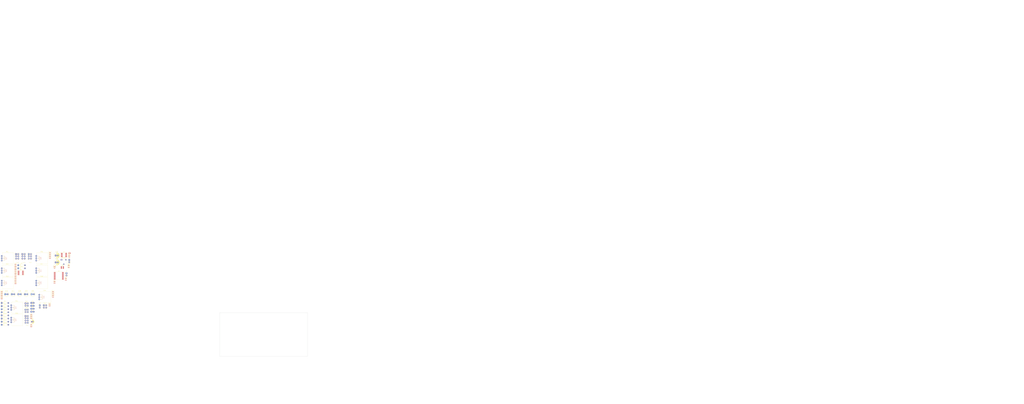
<source format=kicad_pcb>
(kicad_pcb (version 20221018) (generator pcbnew)
  (title_block (title "Custom Plexi") (rev "v0"))
  (layers (0 "F.Cu" signal) (31 "B.Cu" signal) (34 "B.Paste" user) (35 "F.Paste" user) (36 "B.SilkS" user "B.Silkscreen") (37 "F.SilkS" user "F.Silkscreen") (38 "B.Mask" user) (39 "F.Mask" user) (44 "Edge.Cuts" user))
  (net 0 "")
  (net 1 "Net-(C1-Pad1)")
  (net 2 "GND")
  (net 3 "Net-(U1B-+)")
  (net 4 "Net-(C3-Pad1)")
  (net 5 "Net-(D1-K)")
  (net 6 "Net-(C4-Pad1)")
  (net 7 "Net-(U2A-+)")
  (net 8 "/Preamp/TS_Gain")
  (net 9 "Net-(U2B-+)")
  (net 10 "Net-(C7-Pad1)")
  (net 11 "/Preamp/TS_Tone")
  (net 12 "Net-(C8-Pad1)")
  (net 13 "Net-(C8-Pad2)")
  (net 14 "Preamp_Out{slash}Plexi_In")
  (net 15 "Net-(U1A-+)")
  (net 16 "Net-(C10-Pad1)")
  (net 17 "/Plexi/Crunch")
  (net 18 "Plexi_Out{slash}Tone_In")
  (net 19 "Net-(C12-Pad1)")
  (net 20 "/Tone Stack/Tone")
  (net 21 "Net-(C13-Pad1)")
  (net 22 "Net-(C13-Pad2)")
  (net 23 "Net-(C14-Pad1)")
  (net 24 "Net-(U1C--)")
  (net 25 "Net-(C15-Pad2)")
  (net 26 "+9V")
  (net 27 "+12V")
  (net 28 "Net-(U4-CAP+)")
  (net 29 "Net-(U4-CAP-)")
  (net 30 "-12V")
  (net 31 "Net-(D3-K)")
  (net 32 "Net-(D10-K)")
  (net 33 "Net-(D11-A)")
  (net 34 "Net-(D12-K)")
  (net 35 "Net-(D13-A)")
  (net 36 "Net-(D14-K)")
  (net 37 "Net-(D14-A)")
  (net 38 "Net-(D10-A)")
  (net 39 "Net-(D12-A)")
  (net 40 "Net-(D15-K)")
  (net 41 "Net-(D16-A)")
  (net 42 "Net-(D17-A)")
  (net 43 "Net-(D18-A)")
  (net 44 "Net-(D19-A)")
  (net 45 "Net-(D20-A)")
  (net 46 "Net-(U1E-V+)")
  (net 47 "Net-(U1E-V-)")
  (net 48 "Guitar_In")
  (net 49 "To_Amp")
  (net 50 "Net-(R4-Pad1)")
  (net 51 "Net-(U2B--)")
  (net 52 "Net-(R8-Pad2)")
  (net 53 "Net-(R11-Pad2)")
  (net 54 "Tone_Out{slash}Boost_In")
  (net 55 "/Boost/Boost")
  (net 56 "Net-(U3-FB)")
  (net 57 "Net-(R19-Pad1)")
  (net 58 "Net-(R20-Pad1)")
  (net 59 "Net-(R21-Pad1)")
  (net 60 "Net-(R22-Pad1)")
  (net 61 "Net-(R23-Pad1)")
  (net 62 "/Preamp/TS_Volume")
  (net 63 "Net-(RV4-Pad1)")
  (net 64 "Net-(RV5-Pad1)")
  (net 65 "Net-(RV7-Pad1)")
  (net 66 "/Tone Stack/Lead Level")
  (net 67 "Net-(RV8-Pad1)")
  (net 68 "/Tone Stack/Crunch Level")
  (net 69 "Net-(RV9-Pad1)")
  (net 71 "Pedal_SC")
  (net 72 "Net-(SW1-Pad1)_1")
  (net 73 "Net-(SW2-Pad3)")
  (net 74 "Buffer_Out{slash}Preamp_In")
  (footprint "Diode_THT:D_DO-35_SOD27_P7.62mm_Horizontal" (layer "F.Cu") (at -61.6475 68.95)
    (fp_text reference "D2" (at 3.81 -2.12) (layer "F.SilkS"))
    (fp_text value "1N4148")
    (fp_text user "K" (at 0 -1.8) (layer "F.SilkS"))
    (pad "1" thru_hole rect (at 0 0) (size 1.6 1.6) (drill 0.8) (layers "*.Cu" "*.Mask") (net 8 "/Preamp/TS_Gain"))
    (pad "2" thru_hole oval (at 7.62 0) (size 1.6 1.6) (drill 0.8) (layers "*.Cu" "*.Mask") (net 5 "Net-(D1-K)"))
  )
  (footprint "Resistor_SMD:R_0402_1005Metric_Pad0.72x0.64mm_HandSolder" (layer "F.Cu") (at -64.8475 72.58)
    (fp_text reference "R7" (at 0 -1.17) (layer "F.SilkS"))
    (fp_text value "1k")
    (pad "1" smd roundrect (at -0.5975 0) (size 0.715 0.64) (layers "F.Cu" "F.Paste" "F.Mask") (net 13 "Net-(C8-Pad2)"))
    (pad "2" smd roundrect (at 0.5975 0) (size 0.715 0.64) (layers "F.Cu" "F.Paste" "F.Mask") (net 51 "Net-(U2B--)"))
  )
  (footprint "PCM_Package_SO_AKL:SOIC-8_3.9x4.9mm_P1.27mm" (layer "F.Cu") (at -9.5825 53.765)
    (fp_text reference "U4" (at 0 -3.6) (layer "F.SilkS"))
    (fp_text value "ICL7662" hide)
    (pad "1" smd roundrect (at -2.475 -1.905) (size 1.95 0.6) (layers "F.Cu" "F.Paste" "F.Mask"))
    (pad "2" smd roundrect (at -2.475 -0.635) (size 1.95 0.6) (layers "F.Cu" "F.Paste" "F.Mask") (net 28 "Net-(U4-CAP+)"))
    (pad "3" smd roundrect (at -2.475 0.635) (size 1.95 0.6) (layers "F.Cu" "F.Paste" "F.Mask") (net 2 "GND"))
    (pad "4" smd roundrect (at -2.475 1.905) (size 1.95 0.6) (layers "F.Cu" "F.Paste" "F.Mask") (net 29 "Net-(U4-CAP-)"))
    (pad "5" smd roundrect (at 2.475 1.905) (size 1.95 0.6) (layers "F.Cu" "F.Paste" "F.Mask") (net 30 "-12V"))
    (pad "6" smd roundrect (at 2.475 0.635) (size 1.95 0.6) (layers "F.Cu" "F.Paste" "F.Mask"))
    (pad "7" smd roundrect (at 2.475 -0.635) (size 1.95 0.6) (layers "F.Cu" "F.Paste" "F.Mask"))
    (pad "8" smd roundrect (at 2.475 -1.905) (size 1.95 0.6) (layers "F.Cu" "F.Paste" "F.Mask") (net 27 "+12V"))
  )
  (footprint "Resistor_SMD:R_0402_1005Metric_Pad0.72x0.64mm_HandSolder" (layer "F.Cu") (at -64.8475 66.61)
    (fp_text reference "R4" (at 0 -1.17) (layer "F.SilkS"))
    (fp_text value "51k")
    (pad "1" smd roundrect (at -0.5975 0) (size 0.715 0.64) (layers "F.Cu" "F.Paste" "F.Mask") (net 50 "Net-(R4-Pad1)"))
    (pad "2" smd roundrect (at 0.5975 0) (size 0.715 0.64) (layers "F.Cu" "F.Paste" "F.Mask") (net 5 "Net-(D1-K)"))
  )
  (footprint "CustomLib:SW_SPST_x3_PinHeader2.54mm" (layer "F.Cu") (at -55.1375 62.875)
    (fp_text reference "SW2" (at 0 -0.5 unlocked) (layer "F.SilkS") (effects (font (thickness 0.1))))
    (fp_text value "TS_Enable")
    (pad "1" thru_hole rect (at -1.81 -10.145) (size 1.7 1.7) (drill 1) (layers "*.Cu" "*.Mask") (net 6 "Net-(C4-Pad1)"))
    (pad "2" thru_hole oval (at 0.73 -10.145) (size 1.7 1.7) (drill 1) (layers "*.Cu" "*.Mask") (net 72 "Net-(SW1-Pad1)_1"))
    (pad "3" thru_hole oval (at -1.81 -7.605) (size 1.7 1.7) (drill 1) (layers "*.Cu" "*.Mask") (net 73 "Net-(SW2-Pad3)"))
    (pad "4" thru_hole oval (at 0.73 -7.605) (size 1.7 1.7) (drill 1) (layers "*.Cu" "*.Mask"))
    (pad "5" thru_hole oval (at -1.81 -5.065) (size 1.7 1.7) (drill 1) (layers "*.Cu" "*.Mask"))
    (pad "6" thru_hole oval (at 0.73 -5.065) (size 1.7 1.7) (drill 1) (layers "*.Cu" "*.Mask"))
  )
  (footprint "Resistor_SMD:R_0402_1005Metric_Pad0.72x0.64mm_HandSolder" (layer "F.Cu") (at -7.3875 80.4)
    (fp_text reference "R1" (at 0 -1.17) (layer "F.SilkS"))
    (fp_text value "1k")
    (pad "1" smd roundrect (at -0.5975 0) (size 0.715 0.64) (layers "F.Cu" "F.Paste" "F.Mask") (net 48 "Guitar_In"))
    (pad "2" smd roundrect (at 0.5975 0) (size 0.715 0.64) (layers "F.Cu" "F.Paste" "F.Mask") (net 1 "Net-(C1-Pad1)"))
  )
  (footprint "LED_THT:LED_SideEmitter_Rectangular_W4.5mm_H1.6mm" (layer "F.Cu") (at -46.6775 111.68)
    (fp_text reference "D8" (at 1.27 -1.86) (layer "F.SilkS"))
    (fp_text value "Led Red")
    (pad "1" thru_hole rect (at 0 0) (size 1.8 1.8) (drill 0.9) (layers "*.Cu" "*.Mask") (net 17 "/Plexi/Crunch"))
    (pad "2" thru_hole circle (at 2.54 0) (size 1.8 1.8) (drill 0.9) (layers "*.Cu" "*.Mask") (net 36 "Net-(D14-K)"))
  )
  (footprint "Resistor_SMD:R_0402_1005Metric_Pad0.72x0.64mm_HandSolder" (layer "F.Cu") (at -46.8675 122.05)
    (fp_text reference "R9" (at 0 -1.17) (layer "F.SilkS"))
    (fp_text value "2k")
    (pad "1" smd roundrect (at -0.5975 0) (size 0.715 0.64) (layers "F.Cu" "F.Paste" "F.Mask") (net 16 "Net-(C10-Pad1)"))
    (pad "2" smd roundrect (at 0.5975 0) (size 0.715 0.64) (layers "F.Cu" "F.Paste" "F.Mask") (net 17 "/Plexi/Crunch"))
  )
  (footprint "PCM_Potentiometer_THT_US_AKL_Double:Potentiometer_Vishay_148-149_Single_Vertical" (layer "F.Cu") (at -41.1975 59.98)
    (fp_text reference "RV6" (at 6.175 -10.04) (layer "F.SilkS"))
    (fp_text value "5k Log" hide)
    (fp_text user "${REFERENCE}" (at 5.207 -2.54 270 unlocked) (layer "B.SilkS") (effects (justify mirror)))
    (pad "1" thru_hole circle (at 0 0) (size 1.8 1.8) (drill 1) (layers "*.Cu" "*.Mask") (net 21 "Net-(C13-Pad1)"))
    (pad "2" thru_hole circle (at 0 -2.54) (size 1.8 1.8) (drill 1) (layers "*.Cu" "*.Mask") (net 20 "/Tone Stack/Tone"))
    (pad "3" thru_hole circle (at 0 -5.08) (size 1.8 1.8) (drill 1) (layers "*.Cu" "*.Mask") (net 20 "/Tone Stack/Tone"))
  )
  (footprint "Capacitor_SMD:C_0402_1005Metric_Pad0.74x0.62mm_HandSolder" (layer "F.Cu") (at -3.6175 53.9)
    (fp_text reference "C16" (at 0 -1.16) (layer "F.SilkS"))
    (fp_text value "22u")
    (pad "1" smd roundrect (at -0.5675 0) (size 0.735 0.62) (layers "F.Cu" "F.Paste" "F.Mask") (net 2 "GND"))
    (pad "2" smd roundrect (at 0.5675 0) (size 0.735 0.62) (layers "F.Cu" "F.Paste" "F.Mask") (net 26 "+9V"))
  )
  (footprint "Resistor_SMD:R_0402_1005Metric_Pad0.72x0.64mm_HandSolder" (layer "F.Cu") (at -64.8475 68.6)
    (fp_text reference "R5" (at 0 -1.17) (layer "F.SilkS"))
    (fp_text value "1k")
    (pad "1" smd roundrect (at -0.5975 0) (size 0.715 0.64) (layers "F.Cu" "F.Paste" "F.Mask") (net 9 "Net-(U2B-+)"))
    (pad "2" smd roundrect (at 0.5975 0) (size 0.715 0.64) (layers "F.Cu" "F.Paste" "F.Mask") (net 8 "/Preamp/TS_Gain"))
  )
  (footprint "Capacitor_SMD:C_0402_1005Metric_Pad0.74x0.62mm_HandSolder" (layer "F.Cu") (at -46.8875 133.56)
    (fp_text reference "C9" (at 0 -1.16) (layer "F.SilkS"))
    (fp_text value "33n")
    (pad "1" smd roundrect (at -0.5675 0) (size 0.735 0.62) (layers "F.Cu" "F.Paste" "F.Mask") (net 14 "Preamp_Out{slash}Plexi_In"))
    (pad "2" smd roundrect (at 0.5675 0) (size 0.735 0.62) (layers "F.Cu" "F.Paste" "F.Mask") (net 15 "Net-(U1A-+)"))
  )
  (footprint "Capacitor_SMD:C_0402_1005Metric_Pad0.74x0.62mm_HandSolder" (layer "F.Cu") (at -64.8675 76.55)
    (fp_text reference "C3" (at 0 -1.16) (layer "F.SilkS"))
    (fp_text value "47n")
    (pad "1" smd roundrect (at -0.5675 0) (size 0.735 0.62) (layers "F.Cu" "F.Paste" "F.Mask") (net 4 "Net-(C3-Pad1)"))
    (pad "2" smd roundrect (at 0.5675 0) (size 0.735 0.62) (layers "F.Cu" "F.Paste" "F.Mask") (net 5 "Net-(D1-K)"))
  )
  (footprint "CustomLib:SW_SPST_x2_PinHeader2.54mm" (layer "F.Cu") (at -32.4475 111.13)
    (fp_text reference "SW7" (at 1.27 -2.33) (layer "F.SilkS"))
    (fp_text value "Boost Enable/Disable")
    (pad "1" thru_hole rect (at 0 0) (size 1.7 1.7) (drill 1) (layers "*.Cu" "*.Mask") (net 55 "/Boost/Boost"))
    (pad "2" thru_hole oval (at 2.54 0) (size 1.7 1.7) (drill 1) (layers "*.Cu" "*.Mask") (net 26 "+9V"))
    (pad "3" thru_hole oval (at 0 2.54) (size 1.7 1.7) (drill 1) (layers "*.Cu" "*.Mask") (net 69 "Net-(RV9-Pad1)"))
    (pad "4" thru_hole oval (at 2.54 2.54) (size 1.7 1.7) (drill 1) (layers "*.Cu" "*.Mask"))
  )
  (footprint "Resistor_SMD:R_0402_1005Metric_Pad0.72x0.64mm_HandSolder" (layer "F.Cu") (at -46.8675 124.04)
    (fp_text reference "R10" (at 0 -1.17) (layer "F.SilkS"))
    (fp_text value "47k")
    (pad "1" smd roundrect (at -0.5975 0) (size 0.715 0.64) (layers "F.Cu" "F.Paste" "F.Mask") (net 2 "GND"))
    (pad "2" smd roundrect (at 0.5975 0) (size 0.715 0.64) (layers "F.Cu" "F.Paste" "F.Mask") (net 15 "Net-(U1A-+)"))
  )
  (footprint "PCM_Potentiometer_THT_US_AKL_Double:Potentiometer_Vishay_148-149_Single_Vertical" (layer "F.Cu") (at -69.7275 116.23)
    (fp_text reference "RV4" (at 6.175 -10.04) (layer "F.SilkS"))
    (fp_text value "100k Lin" hide)
    (fp_text user "${REFERENCE}" (at 5.207 -2.54 270 unlocked) (layer "B.SilkS") (effects (justify mirror)))
    (pad "1" thru_hole circle (at 0 0) (size 1.8 1.8) (drill 1) (layers "*.Cu" "*.Mask") (net 63 "Net-(RV4-Pad1)"))
    (pad "2" thru_hole circle (at 0 -2.54) (size 1.8 1.8) (drill 1) (layers "*.Cu" "*.Mask") (net 17 "/Plexi/Crunch"))
    (pad "3" thru_hole circle (at 0 -5.08) (size 1.8 1.8) (drill 1) (layers "*.Cu" "*.Mask") (net 17 "/Plexi/Crunch"))
  )
  (footprint "LED_THT:LED_D5.0mm_IRGrey" (layer "F.Cu") (at -46.4475 98.48)
    (fp_text reference "D20" (at 1.27 -3.96) (layer "F.SilkS"))
    (fp_text value "LD271")
    (pad "1" thru_hole rect (at 0 0) (size 1.8 1.8) (drill 0.9) (layers "*.Cu" "*.Mask") (net 2 "GND"))
    (pad "2" thru_hole circle (at 2.54 0) (size 1.8 1.8) (drill 0.9) (layers "*.Cu" "*.Mask") (net 45 "Net-(D20-A)"))
  )
  (footprint "LED_THT:LED_SideEmitter_Rectangular_W4.5mm_H1.6mm" (layer "F.Cu") (at -46.6775 115.03)
    (fp_text reference "D9" (at 1.27 -1.86) (layer "F.SilkS"))
    (fp_text value "Led Red")
    (pad "1" thru_hole rect (at 0 0) (size 1.8 1.8) (drill 0.9) (layers "*.Cu" "*.Mask") (net 37 "Net-(D14-A)"))
    (pad "2" thru_hole circle (at 2.54 0) (size 1.8 1.8) (drill 0.9) (layers "*.Cu" "*.Mask") (net 31 "Net-(D3-K)"))
  )
  (footprint "LED_THT:LED_D5.0mm_IRGrey" (layer "F.Cu") (at -76.4475 98.48)
    (fp_text reference "D16" (at 1.27 -3.96) (layer "F.SilkS"))
    (fp_text value "LD271")
    (pad "1" thru_hole rect (at 0 0) (size 1.8 1.8) (drill 0.9) (layers "*.Cu" "*.Mask") (net 2 "GND"))
    (pad "2" thru_hole circle (at 2.54 0) (size 1.8 1.8) (drill 0.9) (layers "*.Cu" "*.Mask") (net 41 "Net-(D16-A)"))
  )
  (footprint "Diode_THT:D_DO-35_SOD27_P7.62mm_Horizontal" (layer "F.Cu") (at -80.5975 133.28)
    (fp_text reference "D13" (at 3.81 -2.12) (layer "F.SilkS"))
    (fp_text value "1N4148")
    (fp_text user "K" (at 0 -1.8) (layer "F.SilkS"))
    (pad "1" thru_hole rect (at 0 0) (size 1.6 1.6) (drill 0.8) (layers "*.Cu" "*.Mask") (net 39 "Net-(D12-A)"))
    (pad "2" thru_hole oval (at 7.62 0) (size 1.6 1.6) (drill 0.8) (layers "*.Cu" "*.Mask") (net 35 "Net-(D13-A)"))
  )
  (footprint "LED_THT:LED_SideEmitter_Rectangular_W4.5mm_H1.6mm" (layer "F.Cu") (at -46.6775 118.38)
    (fp_text reference "D14" (at 1.27 -1.86) (layer "F.SilkS"))
    (fp_text value "Led Red")
    (pad "1" thru_hole rect (at 0 0) (size 1.8 1.8) (drill 0.9) (layers "*.Cu" "*.Mask") (net 36 "Net-(D14-K)"))
    (pad "2" thru_hole circle (at 2.54 0) (size 1.8 1.8) (drill 0.9) (layers "*.Cu" "*.Mask") (net 37 "Net-(D14-A)"))
  )
  (footprint "Resistor_SMD:R_0402_1005Metric_Pad0.72x0.64mm_HandSolder" (layer "F.Cu") (at -80.5475 95.7)
    (fp_text reference "R19" (at 0 -1.17) (layer "F.SilkS"))
    (fp_text value "100k")
    (pad "1" smd roundrect (at -0.5975 0) (size 0.715 0.64) (layers "F.Cu" "F.Paste" "F.Mask") (net 57 "Net-(R19-Pad1)"))
    (pad "2" smd roundrect (at 0.5975 0) (size 0.715 0.64) (layers "F.Cu" "F.Paste" "F.Mask") (net 41 "Net-(D16-A)"))
  )
  (footprint "Capacitor_SMD:C_0402_1005Metric_Pad0.74x0.62mm_HandSolder" (layer "F.Cu") (at -64.8675 86.4)
    (fp_text reference "C8" (at 0 -1.16) (layer "F.SilkS"))
    (fp_text value "1u")
    (pad "1" smd roundrect (at -0.5675 0) (size 0.735 0.62) (layers "F.Cu" "F.Paste" "F.Mask") (net 12 "Net-(C8-Pad1)"))
    (pad "2" smd roundrect (at 0.5675 0) (size 0.735 0.62) (layers "F.Cu" "F.Paste" "F.Mask") (net 13 "Net-(C8-Pad2)"))
  )
  (footprint "Resistor_SMD:R_0402_1005Metric_Pad0.72x0.64mm_HandSolder" (layer "F.Cu") (at -64.8475 70.59)
    (fp_text reference "R6" (at 0 -1.17) (layer "F.SilkS"))
    (fp_text value "220")
    (pad "1" smd roundrect (at -0.5975 0) (size 0.715 0.64) (layers "F.Cu" "F.Paste" "F.Mask") (net 10 "Net-(C7-Pad1)"))
    (pad "2" smd roundrect (at 0.5975 0) (size 0.715 0.64) (layers "F.Cu" "F.Paste" "F.Mask") (net 2 "GND"))
  )
  (footprint "Resistor_SMD:R_0402_1005Metric_Pad0.72x0.64mm_HandSolder" (layer "F.Cu") (at -80.5475 103.66)
    (fp_text reference "R23" (at 0 -1.17) (layer "F.SilkS"))
    (fp_text value "100k")
    (pad "1" smd roundrect (at -0.5975 0) (size 0.715 0.64) (layers "F.Cu" "F.Paste" "F.Mask") (net 61 "Net-(R23-Pad1)"))
    (pad "2" smd roundrect (at 0.5975 0) (size 0.715 0.64) (layers "F.Cu" "F.Paste" "F.Mask") (net 45 "Net-(D20-A)"))
  )
  (footprint "Resistor_SMD:R_0402_1005Metric_Pad0.72x0.64mm_HandSolder" (layer "F.Cu") (at -7.3875 82.39)
    (fp_text reference "R2" (at 0 -1.17) (layer "F.SilkS"))
    (fp_text value "1M")
    (pad "1" smd roundrect (at -0.5975 0) (size 0.715 0.64) (layers "F.Cu" "F.Paste" "F.Mask") (net 2 "GND"))
    (pad "2" smd roundrect (at 0.5975 0) (size 0.715 0.64) (layers "F.Cu" "F.Paste" "F.Mask") (net 3 "Net-(U1B-+)"))
  )
  (footprint "Resistor_SMD:R_0402_1005Metric_Pad0.72x0.64mm_HandSolder" (layer "F.Cu") (at -80.5475 99.68)
    (fp_text reference "R21" (at 0 -1.17) (layer "F.SilkS"))
    (fp_text value "100k")
    (pad "1" smd roundrect (at -0.5975 0) (size 0.715 0.64) (layers "F.Cu" "F.Paste" "F.Mask") (net 59 "Net-(R21-Pad1)"))
    (pad "2" smd roundrect (at 0.5975 0) (size 0.715 0.64) (layers "F.Cu" "F.Paste" "F.Mask") (net 43 "Net-(D18-A)"))
  )
  (footprint "Package_TO_SOT_SMD:SOT-23-6" (layer "F.Cu") (at -11.3675 67.98)
    (fp_text reference "U3" (at 0 -2.4) (layer "F.SilkS"))
    (fp_text value "MT3608")
    (pad "1" smd roundrect (at -1.1375 -0.95) (size 1.325 0.6) (layers "F.Cu" "F.Paste" "F.Mask") (net 40 "Net-(D15-K)"))
    (pad "2" smd roundrect (at -1.1375 0) (size 1.325 0.6) (layers "F.Cu" "F.Paste" "F.Mask") (net 2 "GND"))
    (pad "3" smd roundrect (at -1.1375 0.95) (size 1.325 0.6) (layers "F.Cu" "F.Paste" "F.Mask") (net 56 "Net-(U3-FB)"))
    (pad "4" smd roundrect (at 1.1375 0.95) (size 1.325 0.6) (layers "F.Cu" "F.Paste" "F.Mask") (net 26 "+9V"))
    (pad "5" smd roundrect (at 1.1375 0) (size 1.325 0.6) (layers "F.Cu" "F.Paste" "F.Mask") (net 26 "+9V"))
    (pad "6" smd roundrect (at 1.1375 -0.95) (size 1.325 0.6) (layers "F.Cu" "F.Paste" "F.Mask"))
  )
  (footprint "Resistor_SMD:R_0402_1005Metric_Pad0.72x0.64mm_HandSolder" (layer "F.Cu") (at -64.8475 64.62)
    (fp_text reference "R3" (at 0 -1.17) (layer "F.SilkS"))
    (fp_text value "4.7k")
    (pad "1" smd roundrect (at -0.5975 0) (size 0.715 0.64) (layers "F.Cu" "F.Paste" "F.Mask") (net 4 "Net-(C3-Pad1)"))
    (pad "2" smd roundrect (at 0.5975 0) (size 0.715 0.64) (layers "F.Cu" "F.Paste" "F.Mask") (net 2 "GND"))
  )
  (footprint "Resistor_SMD:R_0402_1005Metric_Pad0.72x0.64mm_HandSolder" (layer "F.Cu") (at -22.0975 97.69)
    (fp_text reference "R15" (at 0 -1.17) (layer "F.SilkS"))
    (fp_text value "22k")
    (pad "1" smd roundrect (at -0.5975 0) (size 0.715 0.64) (layers "F.Cu" "F.Paste" "F.Mask") (net 24 "Net-(U1C--)"))
    (pad "2" smd roundrect (at 0.5975 0) (size 0.715 0.64) (layers "F.Cu" "F.Paste" "F.Mask") (net 55 "/Boost/Boost"))
  )
  (footprint "Diode_THT:D_DO-35_SOD27_P7.62mm_Horizontal" (layer "F.Cu") (at -80.5975 122.63)
    (fp_text reference "D10" (at 3.81 -2.12) (layer "F.SilkS"))
    (fp_text value "1N34A")
    (fp_text user "K" (at 0 -1.8) (layer "F.SilkS"))
    (pad "1" thru_hole rect (at 0 0) (size 1.6 1.6) (drill 0.8) (layers "*.Cu" "*.Mask") (net 32 "Net-(D10-K)"))
    (pad "2" thru_hole oval (at 7.62 0) (size 1.6 1.6) (drill 0.8) (layers "*.Cu" "*.Mask") (net 38 "Net-(D10-A)"))
  )
  (footprint "CustomLib:SW_SP3T_PinHeader2.54mm" (layer "F.Cu") (at -53.3775 108.98)
    (fp_text reference "SW4" (at 1.27 -2.33) (layer "F.SilkS"))
    (fp_text value "Clipping Type")
    (pad "1" thru_hole rect (at 0 0) (size 1.7 1.7) (drill 1) (layers "*.Cu" "*.Mask") (net 32 "Net-(D10-K)"))
    (pad "2" thru_hole oval (at 2.54 0) (size 1.7 1.7) (drill 1) (layers "*.Cu" "*.Mask") (net 38 "Net-(D10-A)"))
    (pad "3" thru_hole oval (at 0 2.54) (size 1.7 1.7) (drill 1) (layers "*.Cu" "*.Mask"))
    (pad "4" thru_hole oval (at 2.54 2.54) (size 1.7 1.7) (drill 1) (layers "*.Cu" "*.Mask"))
  )
  (footprint "Capacitor_SMD:C_0402_1005Metric_Pad0.74x0.62mm_HandSolder" (layer "F.Cu") (at -20.3175 85.71)
    (fp_text reference "C2" (at 0 -1.16) (layer "F.SilkS"))
    (fp_text value "220n")
    (pad "1" smd roundrect (at -0.5675 0) (size 0.735 0.62) (layers "F.Cu" "F.Paste" "F.Mask") (net 1 "Net-(C1-Pad1)"))
    (pad "2" smd roundrect (at 0.5675 0) (size 0.735 0.62) (layers "F.Cu" "F.Paste" "F.Mask") (net 3 "Net-(U1B-+)"))
  )
  (footprint "Capacitor_SMD:C_0402_1005Metric_Pad0.74x0.62mm_HandSolder" (layer "F.Cu") (at -25.5675 57.34)
    (fp_text reference "C13" (at 0 -1.16) (layer "F.SilkS"))
    (fp_text value "470p")
    (pad "1" smd roundrect (at -0.5675 0) (size 0.735 0.62) (layers "F.Cu" "F.Paste" "F.Mask") (net 21 "Net-(C13-Pad1)"))
    (pad "2" smd roundrect (at 0.5675 0) (size 0.735 0.62) (layers "F.Cu" "F.Paste" "F.Mask") (net 22 "Net-(C13-Pad2)"))
  )
  (footprint "CustomLib:SW_SPST_x3_PinHeader2.54mm" (layer "F.Cu") (at -62.3375 62.875)
    (fp_text reference "SW1" (at 0 -0.5 unlocked) (layer "F.SilkS") (effects (font (thickness 0.1))))
    (fp_text value "Pedal Enable")
    (pad "1" thru_hole rect (at -1.81 -10.145) (size 1.7 1.7) (drill 1) (layers "*.Cu" "*.Mask") (net 57 "Net-(R19-Pad1)"))
    (pad "2" thru_hole oval (at 0.73 -10.145) (size 1.7 1.7) (drill 1) (layers "*.Cu" "*.Mask") (net 26 "+9V"))
    (pad "3" thru_hole oval (at -1.81 -7.605) (size 1.7 1.7) (drill 1) (layers "*.Cu" "*.Mask") (net 71 "Pedal_SC"))
    (pad "4" thru_hole oval (at 0.73 -7.605) (size 1.7 1.7) (drill 1) (layers "*.Cu" "*.Mask"))
    (pad "5" thru_hole oval (at -1.81 -5.065) (size 1.7 1.7) (drill 1) (layers "*.Cu" "*.Mask"))
    (pad "6" thru_hole oval (at 0.73 -5.065) (size 1.7 1.7) (drill 1) (layers "*.Cu" "*.Mask"))
  )
  (footprint "LED_THT:LED_D5.0mm_IRGrey" (layer "F.Cu") (at -61.4475 98.48)
    (fp_text reference "D18" (at 1.27 -3.96) (layer "F.SilkS"))
    (fp_text value "LD271")
    (pad "1" thru_hole rect (at 0 0) (size 1.8 1.8) (drill 0.9) (layers "*.Cu" "*.Mask") (net 2 "GND"))
    (pad "2" thru_hole circle (at 2.54 0) (size 1.8 1.8) (drill 0.9) (layers "*.Cu" "*.Mask") (net 43 "Net-(D18-A)"))
  )
  (footprint "LED_THT:LED_D5.0mm_IRGrey" (layer "F.Cu") (at -68.9475 98.48)
    (fp_text reference "D17" (at 1.27 -3.96) (layer "F.SilkS"))
    (fp_text value "LD271")
    (pad "1" thru_hole rect (at 0 0) (size 1.8 1.8) (drill 0.9) (layers "*.Cu" "*.Mask") (net 2 "GND"))
    (pad "2" thru_hole circle (at 2.54 0) (size 1.8 1.8) (drill 0.9) (layers "*.Cu" "*.Mask") (net 42 "Net-(D17-A)"))
  )
  (footprint "Resistor_SMD:R_0402_1005Metric_Pad0.72x0.64mm_HandSolder" (layer "F.Cu") (at -22.0975 99.68)
    (fp_text reference "R16" (at 0 -1.17) (layer "F.SilkS"))
    (fp_text value "22k")
    (pad "1" smd roundrect (at -0.5975 0) (size 0.715 0.64) (layers "F.Cu" "F.Paste" "F.Mask") (net 49 "To_Amp"))
    (pad "2" smd roundrect (at 0.5975 0) (size 0.715 0.64) (layers "F.Cu" "F.Paste" "F.Mask") (net 25 "Net-(C15-Pad2)"))
  )
  (footprint "Resistor_SMD:R_0402_1005Metric_Pad0.72x0.64mm_HandSolder" (layer "F.Cu") (at -25.5475 51.4)
    (fp_text reference "R12" (at 0 -1.17) (layer "F.SilkS"))
    (fp_text value "4.7k")
    (pad "1" smd roundrect (at -0.5975 0) (size 0.715 0.64) (layers "F.Cu" "F.Paste" "F.Mask") (net 18 "Plexi_Out{slash}Tone_In"))
    (pad "2" smd roundrect (at 0.5975 0) (size 0.715 0.64) (layers "F.Cu" "F.Paste" "F.Mask") (net 19 "Net-(C12-Pad1)"))
  )
  (footprint "Inductor_SMD:L_0603_1608Metric" (layer "F.Cu") (at -3.2175 51.66)
    (fp_text reference "L1" (at 0 -1.43) (layer "F.SilkS"))
    (fp_text value "L")
    (pad "1" smd roundrect (at -0.7875 0) (size 0.875 0.95) (layers "F.Cu" "F.Paste" "F.Mask") (net 26 "+9V"))
    (pad "2" smd roundrect (at 0.7875 0) (size 0.875 0.95) (layers "F.Cu" "F.Paste" "F.Mask") (net 40 "Net-(D15-K)"))
  )
  (footprint "Capacitor_SMD:C_0402_1005Metric_Pad0.74x0.62mm_HandSolder" (layer "F.Cu") (at -3.6175 55.87)
    (fp_text reference "C17" (at 0 -1.16) (layer "F.SilkS"))
    (fp_text value "22u")
    (pad "1" smd roundrect (at -0.5675 0) (size 0.735 0.62) (layers "F.Cu" "F.Paste" "F.Mask") (net 2 "GND"))
    (pad "2" smd roundrect (at 0.5675 0) (size 0.735 0.62) (layers "F.Cu" "F.Paste" "F.Mask") (net 27 "+12V"))
  )
  (footprint "Resistor_SMD:R_0402_1005Metric_Pad0.72x0.64mm_HandSolder" (layer "F.Cu") (at -25.5475 53.39)
    (fp_text reference "R13" (at 0 -1.17) (layer "F.SilkS"))
    (fp_text value "4.7k")
    (pad "1" smd roundrect (at -0.5975 0) (size 0.715 0.64) (layers "F.Cu" "F.Paste" "F.Mask") (net 20 "/Tone Stack/Tone"))
    (pad "2" smd roundrect (at 0.5975 0) (size 0.715 0.64) (layers "F.Cu" "F.Paste" "F.Mask") (net 22 "Net-(C13-Pad2)"))
  )
  (footprint "Diode_THT:D_DO-35_SOD27_P7.62mm_Horizontal" (layer "F.Cu") (at -80.5975 115.53)
    (fp_text reference "D6" (at 3.81 -2.12) (layer "F.SilkS"))
    (fp_text value "1N4148")
    (fp_text user "K" (at 0 -1.8) (layer "F.SilkS"))
    (pad "1" thru_hole rect (at 0 0) (size 1.6 1.6) (drill 0.8) (layers "*.Cu" "*.Mask") (net 17 "/Plexi/Crunch"))
    (pad "2" thru_hole oval (at 7.62 0) (size 1.6 1.6) (drill 0.8) (layers "*.Cu" "*.Mask") (net 34 "Net-(D12-K)"))
  )
  (footprint "LED_THT:LED_SideEmitter_Rectangular_W4.5mm_H1.6mm" (layer "F.Cu") (at -46.6775 108.33)
    (fp_text reference "D3" (at 1.27 -1.86) (layer "F.SilkS"))
    (fp_text value "Led Red")
    (pad "1" thru_hole rect (at 0 0) (size 1.8 1.8) (drill 0.9) (layers "*.Cu" "*.Mask") (net 31 "Net-(D3-K)"))
    (pad "2" thru_hole circle (at 2.54 0) (size 1.8 1.8) (drill 0.9) (layers "*.Cu" "*.Mask") (net 17 "/Plexi/Crunch"))
  )
  (footprint "Diode_THT:D_DO-35_SOD27_P7.62mm_Horizontal" (layer "F.Cu") (at -61.6475 65.4)
    (fp_text reference "D1" (at 3.81 -2.12) (layer "F.SilkS"))
    (fp_text value "1N4148")
    (fp_text user "K" (at 0 -1.8) (layer "F.SilkS"))
    (pad "1" thru_hole rect (at 0 0) (size 1.6 1.6) (drill 0.8) (layers "*.Cu" "*.Mask") (net 5 "Net-(D1-K)"))
    (pad "2" thru_hole oval (at 7.62 0) (size 1.6 1.6) (drill 0.8) (layers "*.Cu" "*.Mask") (net 8 "/Preamp/TS_Gain"))
  )
  (footprint "CustomLib:SW_SPST_x3_PinHeader2.54mm" (layer "F.Cu") (at -47.9375 62.875)
    (fp_text reference "SW3" (at 0 -0.5 unlocked) (layer "F.SilkS") (effects (font (thickness 0.1))))
    (fp_text value "Preamp Enable")
    (pad "1" thru_hole rect (at -1.81 -10.145) (size 1.7 1.7) (drill 1) (layers "*.Cu" "*.Mask") (net 62 "/Preamp/TS_Volume"))
    (pad "2" thru_hole oval (at 0.73 -10.145) (size 1.7 1.7) (drill 1) (layers "*.Cu" "*.Mask") (net 26 "+9V"))
    (pad "3" thru_hole oval (at -1.81 -7.605) (size 1.7 1.7) (drill 1) (layers "*.Cu" "*.Mask") (net 73 "Net-(SW2-Pad3)"))
    (pad "4" thru_hole oval (at 0.73 -7.605) (size 1.7 1.7) (drill 1) (layers "*.Cu" "*.Mask"))
    (pad "5" thru_hole oval (at -1.81 -5.065) (size 1.7 1.7) (drill 1) (layers "*.Cu" "*.Mask"))
    (pad "6" thru_hole oval (at 0.73 -5.065) (size 1.7 1.7) (drill 1) (layers "*.Cu" "*.Mask"))
  )
  (footprint "Diode_THT:D_DO-35_SOD27_P7.62mm_Horizontal" (layer "F.Cu") (at -80.5975 108.43)
    (fp_text reference "D4" (at 3.81 -2.12) (layer "F.SilkS"))
    (fp_text value "1N34A")
    (fp_text user "K" (at 0 -1.8) (layer "F.SilkS"))
    (pad "1" thru_hole rect (at 0 0) (size 1.6 1.6) (drill 0.8) (layers "*.Cu" "*.Mask") (net 17 "/Plexi/Crunch"))
    (pad "2" thru_hole oval (at 7.62 0) (size 1.6 1.6) (drill 0.8) (layers "*.Cu" "*.Mask") (net 32 "Net-(D10-K)"))
  )
  (footprint "Resistor_SMD:R_0402_1005Metric_Pad0.72x0.64mm_HandSolder" (layer "F.Cu") (at -46.8675 126.03)
    (fp_text reference "R11" (at 0 -1.17) (layer "F.SilkS"))
    (fp_text value "2k")
    (pad "1" smd roundrect (at -0.5975 0) (size 0.715 0.64) (layers "F.Cu" "F.Paste" "F.Mask") (net 18 "Plexi_Out{slash}Tone_In"))
    (pad "2" smd roundrect (at 0.5975 0) (size 0.715 0.64) (layers "F.Cu" "F.Paste" "F.Mask") (net 53 "Net-(R11-Pad2)"))
  )
  (footprint "Capacitor_SMD:C_0402_1005Metric_Pad0.74x0.62mm_HandSolder" (layer "F.Cu") (at -64.8675 78.52)
    (fp_text reference "C4" (at 0 -1.16) (layer "F.SilkS"))
    (fp_text value "1u")
    (pad "1" smd roundrect (at -0.5675 0) (size 0.735 0.62) (layers "F.Cu" "F.Paste" "F.Mask") (net 6 "Net-(C4-Pad1)"))
    (pad "2" smd roundrect (at 0.5675 0) (size 0.735 0.62) (layers "F.Cu" "F.Paste" "F.Mask") (net 7 "Net-(U2A-+)"))
  )
  (footprint "CustomLib:SW_SP3T_PinHeader2.54mm" (layer "F.Cu") (at -53.3775 116.18)
    (fp_text reference "SW6" (at 1.27 -2.33) (layer "F.SilkS"))
    (fp_text value "Diode Select")
    (pad "1" thru_hole rect (at 0 0) (size 1.7 1.7) (drill 1) (layers "*.Cu" "*.Mask") (net 38 "Net-(D10-A)"))
    (pad "2" thru_hole oval (at 2.54 0) (size 1.7 1.7) (drill 1) (layers "*.Cu" "*.Mask") (net 39 "Net-(D12-A)"))
    (pad "3" thru_hole oval (at 0 2.54) (size 1.7 1.7) (drill 1) (layers "*.Cu" "*.Mask") (net 18 "Plexi_Out{slash}Tone_In"))
    (pad "4" thru_hole oval (at 2.54 2.54) (size 1.7 1.7) (drill 1) (layers "*.Cu" "*.Mask") (net 37 "Net-(D14-A)"))
  )
  (footprint "PCM_Potentiometer_THT_US_AKL_Double:Potentiometer_Vishay_148-149_Single_Vertical" (layer "F.Cu") (at -69.7275 130.33)
    (fp_text reference "RV5" (at 6.175 -10.04) (layer "F.SilkS"))
    (fp_text value "1M Log" hide)
    (fp_text user "${REFERENCE}" (at 5.207 -2.54 270 unlocked) (layer "B.SilkS") (effects (justify mirror)))
    (pad "1" thru_hole circle (at 0 0) (size 1.8 1.8) (drill 1) (layers "*.Cu" "*.Mask") (net 64 "Net-(RV5-Pad1)"))
    (pad "2" thru_hole circle (at 0 -2.54) (size 1.8 1.8) (drill 1) (layers "*.Cu" "*.Mask") (net 17 "/Plexi/Crunch"))
    (pad "3" thru_hole circle (at 0 -5.08) (size 1.8 1.8) (drill 1) (layers "*.Cu" "*.Mask") (net 17 "/Plexi/Crunch"))
  )
  (footprint "PCM_Potentiometer_THT_US_AKL_Double:Potentiometer_Vishay_148-149_Single_Vertical" (layer "F.Cu") (at -80.4975 74.08)
    (fp_text reference "RV2" (at 6.175 -10.04) (layer "F.SilkS"))
    (fp_text value "20k Lin" hide)
    (fp_text user "${REFERENCE}" (at 5.207 -2.54 270 unlocked) (layer "B.SilkS") (effects (justify mirror)))
    (pad "1" thru_hole circle (at 0 0) (size 1.8 1.8) (drill 1) (layers "*.Cu" "*.Mask") (net 51 "Net-(U2B--)"))
    (pad "2" thru_hole circle (at 0 -2.54) (size 1.8 1.8) (drill 1) (layers "*.Cu" "*.Mask") (net 11 "/Preamp/TS_Tone"))
    (pad "3" thru_hole circle (at 0 -5.08) (size 1.8 1.8) (drill 1) (layers "*.Cu" "*.Mask") (net 9 "Net-(U2B-+)"))
  )
  (footprint "Capacitor_THT:CP_Radial_D6.3mm_P2.50mm" (layer "F.Cu") (at -19.112259 54.33)
    (fp_text reference "C18" (at 1.25 -4.4) (layer "F.SilkS"))
    (fp_text value "C_Polarized")
    (pad "1" thru_hole rect (at 0 0) (size 1.6 1.6) (drill 0.8) (layers "*.Cu" "*.Mask") (net 28 "Net-(U4-CAP+)"))
    (pad "2" thru_hole circle (at 2.5 0) (size 1.6 1.6) (drill 0.8) (layers "*.Cu" "*.Mask") (net 29 "Net-(U4-CAP-)"))
  )
  (footprint "LED_THT:LED_D5.0mm_IRGrey" (layer "F.Cu") (at -53.9475 98.48)
    (fp_text reference "D19" (at 1.27 -3.96) (layer "F.SilkS"))
    (fp_text value "LD271")
    (pad "1" thru_hole rect (at 0 0) (size 1.8 1.8) (drill 0.9) (layers "*.Cu" "*.Mask") (net 2 "GND"))
    (pad "2" thru_hole circle (at 2.54 0) (size 1.8 1.8) (drill 0.9) (layers "*.Cu" "*.Mask") (net 44 "Net-(D19-A)"))
  )
  (footprint "CustomLib:SW_SPST_x4_PinHeader2.54mm" (layer "F.Cu") (at -51.5575 133.525)
    (fp_text reference "SW5" (at 0.06 0.5 unlocked) (layer "F.SilkS") (effects (font (thickness 0.1))))
    (fp_text value "Plexi Channel Select")
    (pad "1" thru_hole rect (at -1.81 -10.145) (size 1.7 1.7) (drill 1) (layers "*.Cu" "*.Mask") (net 68 "/Tone Stack/Crunch Level"))
    (pad "2" thru_hole oval (at 0.73 -10.145) (size 1.7 1.7) (drill 1) (layers "*.Cu" "*.Mask") (net 26 "+9V"))
    (pad "3" thru_hole oval (at -1.81 -7.605) (size 1.7 1.7) (drill 1) (layers "*.Cu" "*.Mask") (net 66 "/Tone Stack/Lead Level"))
    (pad "4" thru_hole oval (at 0.73 -7.605) (size 1.7 1.7) (drill 1) (layers "*.Cu" "*.Mask"))
    (pad "5" thru_hole oval (at -1.81 -5.065) (size 1.7 1.7) (drill 1) (layers "*.Cu" "*.Mask"))
    (pad "6" thru_hole oval (at 0.73 -5.065) (size 1.7 1.7) (drill 1) (layers "*.Cu" "*.Mask"))
    (pad "7" thru_hole oval (at -1.81 -2.525) (size 1.7 1.7) (drill 1) (layers "*.Cu" "*.Mask"))
    (pad "8" thru_hole oval (at 0.73 -2.54) (size 1.7 1.7) (drill 1) (layers "*.Cu" "*.Mask"))
  )
  (footprint "PCM_Potentiometer_THT_US_AKL_Double:Potentiometer_Vishay_148-149_Single_Vertical" (layer "F.Cu") (at -37.7475 104.28)
    (fp_text reference "RV9" (at 6.175 -10.04) (layer "F.SilkS"))
    (fp_text value "500k Lin" hide)
    (fp_text user "${REFERENCE}" (at 5.207 -2.54 270 unlocked) (layer "B.SilkS") (effects (justify mirror)))
    (pad "1" thru_hole circle (at 0 0) (size 1.8 1.8) (drill 1) (layers "*.Cu" "*.Mask") (net 69 "Net-(RV9-Pad1)"))
    (pad "2" thru_hole circle (at 0 -2.54) (size 1.8 1.8) (drill 1) (layers "*.Cu" "*.Mask") (net 55 "/Boost/Boost"))
    (pad "3" thru_hole circle (at 0 -5.08) (size 1.8 1.8) (drill 1) (layers "*.Cu" "*.Mask") (net 55 "/Boost/Boost"))
  )
  (footprint "Potentiometer_THT:Potentiometer_Runtron_RM-065_Vertical" (layer "F.Cu") (at -12.3875 59.2)
    (fp_text reference "RV10" (at 2.6 -2.5) (layer "F.SilkS"))
    (fp_text value "R_Potentiometer_Trim")
    (pad "1" thru_hole rect (at 0 0) (size 1.56 1.56) (drill 1) (layers "*.Cu" "*.Mask") (net 27 "+12V"))
    (pad "2" thru_hole circle (at 2.5 5) (size 1.56 1.56) (drill 1) (layers "*.Cu" "*.Mask"))
    (pad "3" thru_hole circle (at 5 0) (size 1.56 1.56) (drill 1) (layers "*.Cu" "*.Mask") (net 56 "Net-(U3-FB)"))
  )
  (footprint "Capacitor_THT:CP_Radial_D6.3mm_P2.50mm" (layer "F.Cu") (at -19.112259 62.18)
    (fp_text reference "C19" (at 1.25 -4.4) (layer "F.SilkS"))
    (fp_text value "C_Polarized")
    (pad "1" thru_hole rect (at 0 0) (size 1.6 1.6) (drill 0.8) (layers "*.Cu" "*.Mask") (net 2 "GND"))
    (pad "2" thru_hole circle (at 2.5 0) (size 1.6 1.6) (drill 0.8) (layers "*.Cu" "*.Mask") (net 30 "-12V"))
  )
  (footprint "Capacitor_SMD:C_0402_1005Metric_Pad0.74x0.62mm_HandSolder" (layer "F.Cu") (at -64.8675 80.49)
    (fp_text reference "C5" (at 0 -1.16) (layer "F.SilkS"))
    (fp_text value "1u")
    (pad "1" smd roundrect (at -0.5675 0) (size 0.735 0.62) (layers "F.Cu" "F.Paste" "F.Mask") (net 5 "Net-(D1-K)"))
    (pad "2" smd roundrect (at 0.5675 0) (size 0.735 0.62) (layers "F.Cu" "F.Paste" "F.Mask") (net 8 "/Preamp/TS_Gain"))
  )
  (footprint "Capacitor_SMD:C_0402_1005Metric_Pad0.74x0.62mm_HandSolder" (layer "F.Cu") (at -25.9675 109.79)
    (fp_text reference "C14" (at 0 -1.16) (layer "F.SilkS"))
    (fp_text value "470n")
    (pad "1" smd roundrect (at -0.5675 0) (size 0.735 0.62) (layers "F.Cu" "F.Paste" "F.Mask") (net 23 "Net-(C14-Pad1)"))
    (pad "2" smd roundrect (at 0.5675 0) (size 0.735 0.62) (layers "F.Cu" "F.Paste" "F.Mask") (net 24 "Net-(U1C--)"))
  )
  (footprint "Capacitor_THT:CP_Radial_D4.0mm_P1.50mm" (layer "F.Cu") (at -46.412699 129.8)
    (fp_text reference "C10" (at 0.75 -3.25) (layer "F.SilkS"))
    (fp_text value "C_Pol")
    (pad "1" thru_hole rect (at 0 0) (size 1.2 1.2) (drill 0.6) (layers "*.Cu" "*.Mask") (net 16 "Net-(C10-Pad1)"))
    (pad "2" thru_hole circle (at 1.5 0) (size 1.2 1.2) (drill 0.6) (layers "*.Cu" "*.Mask") (net 2 "GND"))
  )
  (footprint "PCM_Potentiometer_THT_US_AKL_Double:Potentiometer_Vishay_148-149_Single_Vertical" (layer "F.Cu") (at -41.1975 88.18)
    (fp_text reference "RV8" (at 6.175 -10.04) (layer "F.SilkS"))
    (fp_text value "5k Log" hide)
    (fp_text user "${REFERENCE}" (at 5.207 -2.54 270 unlocked) (layer "B.SilkS") (effects (justify mirror)))
    (pad "1" thru_hole circle (at 0 0) (size 1.8 1.8) (drill 1) (layers "*.Cu" "*.Mask") (net 67 "Net-(RV8-Pad1)"))
    (pad "2" thru_hole circle (at 0 -2.54) (size 1.8 1.8) (drill 1) (layers "*.Cu" "*.Mask") (net 68 "/Tone Stack/Crunch Level"))
    (pad "3" thru_hole circle (at 0 -5.08) (size 1.8 1.8) (drill 1) (layers "*.Cu" "*.Mask") (net 2 "GND"))
  )
  (footprint "Capacitor_SMD:C_0402_1005Metric_Pad0.74x0.62mm_HandSolder" (layer "F.Cu") (at -20.3175 83.74)
    (fp_text reference "C1" (at 0 -1.16) (layer "F.SilkS"))
    (fp_text value "330p")
    (pad "1" smd roundrect (at -0.5675 0) (size 0.735 0.62) (layers "F.Cu" "F.Paste" "F.Mask") (net 1 "Net-(C1-Pad1)"))
    (pad "2" smd roundrect (at 0.5675 0) (size 0.735 0.62) (layers "F.Cu" "F.Paste" "F.Mask") (net 2 "GND"))
  )
  (footprint "Package_SO:SOIC-14W_7.5x9mm_P1.27mm" (layer "F.Cu") (at -15.4675 77.48)
    (fp_text reference "U1" (at 0 -5.45) (layer "F.SilkS"))
    (fp_text value "TL074")
    (pad "1" smd roundrect (at -4.65 -3.81) (size 2.05 0.6) (layers "F.Cu" "F.Paste" "F.Mask") (net 18 "Plexi_Out{slash}Tone_In"))
    (pad "2" smd roundrect (at -4.65 -2.54) (size 2.05 0.6) (layers "F.Cu" "F.Paste" "F.Mask") (net 17 "/Plexi/Crunch"))
    (pad "3" smd roundrect (at -4.65 -1.27) (size 2.05 0.6) (layers "F.Cu" "F.Paste" "F.Mask") (net 15 "Net-(U1A-+)"))
    (pad "4" smd roundrect (at -4.65 0) (size 2.05 0.6) (layers "F.Cu" "F.Paste" "F.Mask") (net 46 "Net-(U1E-V+)"))
    (pad "5" smd roundrect (at -4.65 1.27) (size 2.05 0.6) (layers "F.Cu" "F.Paste" "F.Mask") (net 3 "Net-(U1B-+)"))
    (pad "6" smd roundrect (at -4.65 2.54) (size 2.05 0.6) (layers "F.Cu" "F.Paste" "F.Mask") (net 74 "Buffer_Out{slash}Preamp_In"))
    (pad "7" smd roundrect (at -4.65 3.81) (size 2.05 0.6) (layers "F.Cu" "F.Paste" "F.Mask") (net 74 "Buffer_Out{slash}Preamp_In"))
    (pad "8" smd roundrect (at 4.65 3.81) (size 2.05 0.6) (layers "F.Cu" "F.Paste" "F.Mask") (net 25 "Net-(C15-Pad2)"))
    (pad "9" smd roundrect (at 4.65 2.54) (size 2.05 0.6) (layers "F.Cu" "F.Paste" "F.Mask") (net 24 "Net-(U1C--)"))
    (pad "10" smd roundrect (at 4.65 1.27) (size 2.05 0.6) (layers "F.Cu" "F.Paste" "F.Mask") (net 2 "GND"))
    (pad "11" smd roundrect (at 4.65 0) (size 2.05 0.6) (layers "F.Cu" "F.Paste" "F.Mask") (net 47 "Net-(U1E-V-)"))
    (pad "12" smd roundrect (at 4.65 -1.27) (size 2.05 0.6) (layers "F.Cu" "F.Paste" "F.Mask") (net 2 "GND"))
    (pad "13" smd roundrect (at 4.65 -2.54) (size 2.05 0.6) (layers "F.Cu" "F.Paste" "F.Mask") (net 20 "/Tone Stack/Tone"))
    (pad "14" smd roundrect (at 4.65 -3.81) (size 2.05 0.6) (layers "F.Cu" "F.Paste" "F.Mask") (net 22 "Net-(C13-Pad2)"))
  )
  (footprint "PCM_Potentiometer_THT_US_AKL_Double:Potentiometer_Vishay_148-149_Single_Vertical" (layer "F.Cu") (at -80.4975 88.18)
    (fp_text reference "RV3" (at 6.175 -10.04) (layer "F.SilkS"))
    (fp_text value "100k Log" hide)
    (fp_text user "${REFERENCE}" (at 5.207 -2.54 270 unlocked) (layer "B.SilkS") (effects (justify mirror)))
    (pad "1" thru_hole circle (at 0 0) (size 1.8 1.8) (drill 1) (layers "*.Cu" "*.Mask") (net 52 "Net-(R8-Pad2)"))
    (pad "2" thru_hole circle (at 0 -2.54) (size 1.8 1.8) (drill 1) (layers "*.Cu" "*.Mask") (net 62 "/Preamp/TS_Volume"))
    (pad "3" thru_hole circle (at 0 -5.08) (size 1.8 1.8) (drill 1) (layers "*.Cu" "*.Mask") (net 2 "GND"))
  )
  (footprint "PCM_Ferrite_SMD_AKL:Ferrite_0402_1005Metric" (layer "F.Cu") (at -4.1725 67.955)
    (fp_text reference "FB2" (at 0 -1.3208) (layer "F.SilkS"))
    (fp_text value "FerriteBead_Small" hide)
    (pad "1" smd roundrect (at -0.485 0) (size 0.59 0.64) (layers "F.Cu" "F.Paste" "F.Mask") (net 30 "-12V"))
    (pad "2" smd roundrect (at 0.485 0) (size 0.59 0.64) (layers "F.Cu" "F.Paste" "F.Mask") (net 47 "Net-(U1E-V-)"))
  )
  (footprint "PCM_Potentiometer_THT_US_AKL_Double:Potentiometer_Vishay_148-149_Single_Vertical" (layer "F.Cu") (at -41.1975 74.08)
    (fp_text reference "RV7" (at 6.175 -10.04) (layer "F.SilkS"))
    (fp_text value "5k Log" hide)
    (fp_text user "${REFERENCE}" (at 5.207 -2.54 270 unlocked) (layer "B.SilkS") (effects (justify mirror)))
    (pad "1" thru_hole circle (at 0 0) (size 1.8 1.8) (drill 1) (layers "*.Cu" "*.Mask") (net 65 "Net-(RV7-Pad1)"))
    (pad "2" thru_hole circle (at 0 -2.54) (size 1.8 1.8) (drill 1) (layers "*.Cu" "*.Mask") (net 66 "/Tone Stack/Lead Level"))
    (pad "3" thru_hole circle (at 0 -5.08) (size 1.8 1.8) (drill 1) (layers "*.Cu" "*.Mask") (net 2 "GND"))
  )
  (footprint "Connector_PinHeader_2.54mm:PinHeader_1x02_P2.54mm_Vertical" (layer "F.Cu") (at -6.6875 74.53)
    (fp_text reference "J1" (at 0 -2.33) (layer "F.SilkS"))
    (fp_text value "Conn_01x02_Pin")
    (pad "1" thru_hole rect (at 0 0) (size 1.7 1.7) (drill 1) (layers "*.Cu" "*.Mask") (net 48 "Guitar_In"))
    (pad "2" thru_hole oval (at 0 2.54) (size 1.7 1.7) (drill 1) (layers "*.Cu" "*.Mask") (net 2 "GND"))
  )
  (footprint "Resistor_SMD:R_0402_1005Metric_Pad0.72x0.64mm_HandSolder" (layer "F.Cu") (at -22.0975 101.67)
    (fp_text reference "R17" (at 0 -1.17) (layer "F.SilkS"))
    (fp_text value "22k")
    (pad "1" smd roundrect (at -0.5975 0) (size 0.715 0.64) (layers "F.Cu" "F.Paste" "F.Mask") (net 2 "GND"))
    (pad "2" smd roundrect (at 0.5975 0) (size 0.715 0.64) (layers "F.Cu" "F.Paste" "F.Mask") (net 49 "To_Amp"))
  )
  (footprint "Resistor_SMD:R_0402_1005Metric_Pad0.72x0.64mm_HandSolder" (layer "F.Cu") (at -64.8475 74.57)
    (fp_text reference "R8" (at 0 -1.17) (layer "F.SilkS"))
    (fp_text value "1k")
    (pad "1" smd roundrect (at -0.5975 0) (size 0.715 0.64) (layers "F.Cu" "F.Paste" "F.Mask") (net 12 "Net-(C8-Pad1)"))
    (pad "2" smd roundrect (at 0.5975 0) (size 0.715 0.64) (layers "F.Cu" "F.Paste" "F.Mask") (net 52 "Net-(R8-Pad2)"))
  )
  (footprint "Diode_THT:D_DO-35_SOD27_P7.62mm_Horizontal" (layer "F.Cu") (at -80.5975 111.98)
    (fp_text reference "D5" (at 3.81 -2.12) (layer "F.SilkS"))
    (fp_text value "1N34A")
    (fp_text user "K" (at 0 -1.8) (layer "F.SilkS"))
    (pad "1" thru_hole rect (at 0 0) (size 1.6 1.6) (drill 0.8) (layers "*.Cu" "*.Mask") (net 33 "Net-(D11-A)"))
    (pad "2" thru_hole oval (at 7.62 0) (size 1.6 1.6) (drill 0.8) (layers "*.Cu" "*.Mask") (net 17 "/Plexi/Crunch"))
  )
  (footprint "Diode_SMD:D_0201_0603Metric_Pad0.64x0.40mm_HandSolder" (layer "F.Cu") (at -20.2875 68.97)
    (fp_text reference "D15" (at 0 -1.05) (layer "F.SilkS"))
    (fp_text value "SS34")
    (pad "1" smd roundrect (at -0.4075 0) (size 0.635 0.4) (layers "F.Cu" "F.Mask") (net 40 "Net-(D15-K)"))
    (pad "2" smd roundrect (at 0.4075 0) (size 0.635 0.4) (layers "F.Cu" "F.Mask") (net 27 "+12V"))
  )
  (footprint "PCM_Package_SO_AKL:SOIC-8_3.9x4.9mm_P1.27mm" (layer "F.Cu") (at -58.8625 74.085)
    (fp_text reference "U2" (at 0 -3.6) (layer "F.SilkS"))
    (fp_text value "RC4558" hide)
    (pad "1" smd roundrect (at -2.475 -1.905) (size 1.95 0.6) (layers "F.Cu" "F.Paste" "F.Mask") (net 8 "/Preamp/TS_Gain"))
    (pad "2" smd roundrect (at -2.475 -0.635) (size 1.95 0.6) (layers "F.Cu" "F.Paste" "F.Mask") (net 5 "Net-(D1-K)"))
    (pad "3" smd roundrect (at -2.475 0.635) (size 1.95 0.6) (layers "F.Cu" "F.Paste" "F.Mask") (net 7 "Net-(U2A-+)"))
    (pad "4" smd roundrect (at -2.475 1.905) (size 1.95 0.6) (layers "F.Cu" "F.Paste" "F.Mask") (net 47 "Net-(U1E-V-)"))
    (pad "5" smd roundrect (at 2.475 1.905) (size 1.95 0.6) (layers "F.Cu" "F.Paste" "F.Mask") (net 9 "Net-(U2B-+)"))
    (pad "6" smd roundrect (at 2.475 0.635) (size 1.95 0.6) (layers "F.Cu" "F.Paste" "F.Mask") (net 51 "Net-(U2B--)"))
    (pad "7" smd roundrect (at 2.475 -0.635) (size 1.95 0.6) (layers "F.Cu" "F.Paste" "F.Mask") (net 13 "Net-(C8-Pad2)"))
    (pad "8" smd roundrect (at 2.475 -1.905) (size 1.95 0.6) (layers "F.Cu" "F.Paste" "F.Mask") (net 46 "Net-(U1E-V+)"))
  )
  (footprint "PCM_Potentiometer_THT_US_AKL_Double:Potentiometer_Vishay_148-149_Single_Vertical" (layer "F.Cu") (at -80.4975 59.98)
    (fp_text reference "RV1" (at 6.175 -10.04) (layer "F.SilkS"))
    (fp_text value "500k Log" hide)
    (fp_text user "${REFERENCE}" (at 5.207 -2.54 270 unlocked) (layer "B.SilkS") (effects (justify mirror)))
    (pad "1" thru_hole circle (at 0 0) (size 1.8 1.8) (drill 1) (layers "*.Cu" "*.Mask") (net 8 "/Preamp/TS_Gain"))
    (pad "2" thru_hole circle (at 0 -2.54) (size 1.8 1.8) (drill 1) (layers "*.Cu" "*.Mask") (net 8 "/Preamp/TS_Gain"))
    (pad "3" thru_hole circle (at 0 -5.08) (size 1.8 1.8) (drill 1) (layers "*.Cu" "*.Mask") (net 50 "Net-(R4-Pad1)"))
  )
  (footprint "Capacitor_SMD:C_0402_1005Metric_Pad0.74x0.62mm_HandSolder" (layer "F.Cu") (at -25.5675 55.37)
    (fp_text reference "C12" (at 0 -1.16) (layer "F.SilkS"))
    (fp_text value "470p")
    (pad "1" smd roundrect (at -0.5675 0) (size 0.735 0.62) (layers "F.Cu" "F.Paste" "F.Mask") (net 19 "Net-(C12-Pad1)"))
    (pad "2" smd roundrect (at 0.5675 0) (size 0.735 0.62) (layers "F.Cu" "F.Paste" "F.Mask") (net 20 "/Tone Stack/Tone"))
  )
  (footprint "Diode_THT:D_DO-35_SOD27_P7.62mm_Horizontal" (layer "F.Cu") (at -80.5975 126.18)
    (fp_text reference "D11" (at 3.81 -2.12) (layer "F.SilkS"))
    (fp_text value "1N34A")
    (fp_text user "K" (at 0 -1.8) (layer "F.SilkS"))
    (pad "1" thru_hole rect (at 0 0) (size 1.6 1.6) (drill 0.8) (layers "*.Cu" "*.Mask") (net 38 "Net-(D10-A)"))
    (pad "2" thru_hole oval (at 7.62 0) (size 1.6 1.6) (drill 0.8) (layers "*.Cu" "*.Mask") (net 33 "Net-(D11-A)"))
  )
  (footprint "Resistor_SMD:R_0402_1005Metric_Pad0.72x0.64mm_HandSolder" (layer "F.Cu") (at -20.2975 67.1)
    (fp_text reference "R18" (at 0 -1.17) (layer "F.SilkS"))
    (fp_text value "22k")
    (pad "1" smd roundrect (at -0.5975 0) (size 0.715 0.64) (layers "F.Cu" "F.Paste" "F.Mask") (net 2 "GND"))
    (pad "2" smd roundrect (at 0.5975 0) (size 0.715 0.64) (layers "F.Cu" "F.Paste" "F.Mask") (net 56 "Net-(U3-FB)"))
  )
  (footprint "Connector_PinHeader_2.54mm:PinHeader_1x02_P2.54mm_Vertical" (layer "F.Cu") (at -3.5075 59.45)
    (fp_text reference "J3" (at 0 -2.33) (layer "F.SilkS"))
    (fp_text value "Conn_01x02_Pin")
    (pad "1" thru_hole rect (at 0 0) (size 1.7 1.7) (drill 1) (layers "*.Cu" "*.Mask") (net 26 "+9V"))
    (pad "2" thru_hole oval (at 0 2.54) (size 1.7 1.7) (drill 1) (layers "*.Cu" "*.Mask") (net 2 "GND"))
  )
  (footprint "Capacitor_SMD:C_0402_1005Metric_Pad0.74x0.62mm_HandSolder" (layer "F.Cu") (at -25.9675 111.76)
    (fp_text reference "C15" (at 0 -1.16) (layer "F.SilkS"))
    (fp_text value "470n")
    (pad "1" smd roundrect (at -0.5675 0) (size 0.735 0.62) (layers "F.Cu" "F.Paste" "F.Mask") (net 24 "Net-(U1C--)"))
    (pad "2" smd roundrect (at 0.5675 0) (size 0.735 0.62) (layers "F.Cu" "F.Paste" "F.Mask") (net 25 "Net-(C15-Pad2)"))
  )
  (footprint "Diode_THT:D_DO-35_SOD27_P7.62mm_Horizontal" (layer "F.Cu") (at -80.5975 129.73)
    (fp_text reference "D12" (at 3.81 -2.12) (layer "F.SilkS"))
    (fp_text value "1N4148")
    (fp_text user "K" (at 0 -1.8) (layer "F.SilkS"))
    (pad "1" thru_hole rect (at 0 0) (size 1.6 1.6) (drill 0.8) (layers "*.Cu" "*.Mask") (net 34 "Net-(D12-K)"))
    (pad "2" thru_hole oval (at 7.62 0) (size 1.6 1.6) (drill 0.8) (layers "*.Cu" "*.Mask") (net 39 "Net-(D12-A)"))
  )
  (footprint "Diode_THT:D_DO-35_SOD27_P7.62mm_Horizontal" (layer "F.Cu") (at -80.5975 119.08)
    (fp_text reference "D7" (at 3.81 -2.12) (layer "F.SilkS"))
    (fp_text value "1N4148")
    (fp_text user "K" (at 0 -1.8) (layer "F.SilkS"))
    (pad "1" thru_hole rect (at 0 0) (size 1.6 1.6) (drill 0.8) (layers "*.Cu" "*.Mask") (net 35 "Net-(D13-A)"))
    (pad "2" thru_hole oval (at 7.62 0) (size 1.6 1.6) (drill 0.8) (layers "*.Cu" "*.Mask") (net 17 "/Plexi/Crunch"))
  )
  (footprint "Connector_PinHeader_2.54mm:PinHeader_1x02_P2.54mm_Vertical" (layer "F.Cu") (at -37.0975 111.13)
    (fp_text reference "J2" (at 0 -2.33) (layer "F.SilkS"))
    (fp_text value "Conn_01x02_Pin")
    (pad "1" thru_hole rect (at 0 0) (size 1.7 1.7) (drill 1) (layers "*.Cu" "*.Mask") (net 49 "To_Amp"))
    (pad "2" thru_hole oval (at 0 2.54) (size 1.7 1.7) (drill 1) (layers "*.Cu" "*.Mask") (net 2 "GND"))
  )
  (footprint "Resistor_SMD:R_0402_1005Metric_Pad0.72x0.64mm_HandSolder" (layer "F.Cu") (at -80.5475 97.69)
    (fp_text reference "R20" (at 0 -1.17) (layer "F.SilkS"))
    (fp_text value "100k")
    (pad "1" smd roundrect (at -0.5975 0) (size 0.715 0.64) (layers "F.Cu" "F.Paste" "F.Mask") (net 58 "Net-(R20-Pad1)"))
    (pad "2" smd roundrect (at 0.5975 0) (size 0.715 0.64) (layers "F.Cu" "F.Paste" "F.Mask") (net 42 "Net-(D17-A)"))
  )
  (footprint "Resistor_SMD:R_0402_1005Metric_Pad0.72x0.64mm_HandSolder" (layer "F.Cu") (at -22.0975 95.7)
    (fp_text reference "R14" (at 0 -1.17) (layer "F.SilkS"))
    (fp_text value "22k")
    (pad "1" smd roundrect (at -0.5975 0) (size 0.715 0.64) (layers "F.Cu" "F.Paste" "F.Mask") (net 54 "Tone_Out{slash}Boost_In"))
    (pad "2" smd roundrect (at 0.5975 0) (size 0.715 0.64) (layers "F.Cu" "F.Paste" "F.Mask") (net 23 "Net-(C14-Pad1)"))
  )
  (footprint "Capacitor_SMD:C_0402_1005Metric_Pad0.74x0.62mm_HandSolder" (layer "F.Cu") (at -64.8675 84.43)
    (fp_text reference "C7" (at 0 -1.16) (layer "F.SilkS"))
    (fp_text value "220n")
    (pad "1" smd roundrect (at -0.5675 0) (size 0.735 0.62) (layers "F.Cu" "F.Paste" "F.Mask") (net 10 "Net-(C7-Pad1)"))
    (pad "2" smd roundrect (at 0.5675 0) (size 0.735 0.62) (layers "F.Cu" "F.Paste" "F.Mask") (net 11 "/Preamp/TS_Tone"))
  )
  (footprint "Capacitor_SMD:C_0402_1005Metric_Pad0.74x0.62mm_HandSolder" (layer "F.Cu") (at -64.8675 82.46)
    (fp_text reference "C6" (at 0 -1.16) (layer "F.SilkS"))
    (fp_text value "200n")
    (pad "1" smd roundrect (at -0.5675 0) (size 0.735 0.62) (layers "F.Cu" "F.Paste" "F.Mask") (net 2 "GND"))
    (pad "2" smd roundrect (at 0.5675 0) (size 0.735 0.62) (layers "F.Cu" "F.Paste" "F.Mask") (net 9 "Net-(U2B-+)"))
  )
  (footprint "Resistor_SMD:R_0402_1005Metric_Pad0.72x0.64mm_HandSolder" (layer "F.Cu") (at -80.5475 101.67)
    (fp_text reference "R22" (at 0 -1.17) (layer "F.SilkS"))
    (fp_text value "100k")
    (pad "1" smd roundrect (at -0.5975 0) (size 0.715 0.64) (layers "F.Cu" "F.Paste" "F.Mask") (net 60 "Net-(R22-Pad1)"))
    (pad "2" smd roundrect (at 0.5975 0) (size 0.715 0.64) (layers "F.Cu" "F.Paste" "F.Mask") (net 44 "Net-(D19-A)"))
  )
  (footprint "Capacitor_SMD:C_0402_1005Metric_Pad0.74x0.62mm_HandSolder" (layer "F.Cu") (at -46.8875 135.53)
    (fp_text reference "C11" (at 0 -1.16) (layer "F.SilkS"))
    (fp_text value "330p")
    (pad "1" smd roundrect (at -0.5675 0) (size 0.735 0.62) (layers "F.Cu" "F.Paste" "F.Mask") (net 17 "/Plexi/Crunch"))
    (pad "2" smd roundrect (at 0.5675 0) (size 0.735 0.62) (layers "F.Cu" "F.Paste" "F.Mask") (net 18 "Plexi_Out{slash}Tone_In"))
  )
  (footprint "PCM_Ferrite_SMD_AKL:Ferrite_0402_1005Metric" (layer "F.Cu") (at -4.1725 65.535)
    (fp_text reference "FB1" (at 0 -1.3208) (layer "F.SilkS"))
    (fp_text value "FerriteBead_Small" hide)
    (pad "1" smd roundrect (at -0.485 0) (size 0.59 0.64) (layers "F.Cu" "F.Paste" "F.Mask") (net 27 "+12V"))
    (pad "2" smd roundrect (at 0.485 0) (size 0.59 0.64) (layers "F.Cu" "F.Paste" "F.Mask") (net 46 "Net-(U1E-V+)"))
  )
  (gr_rect (start 168.12 119.43) (end 268.12 169.43) (stroke (width 0.15)) (fill none) (layer "Edge.Cuts"))
)
</source>
